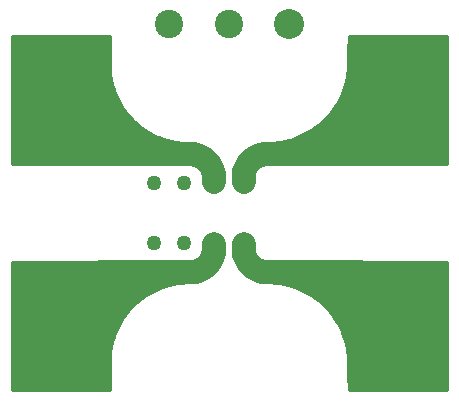
<source format=gtl>
G75*
%MOIN*%
%OFA0B0*%
%FSLAX25Y25*%
%IPPOS*%
%LPD*%
%AMOC8*
5,1,8,0,0,1.08239X$1,22.5*
%
%ADD10C,0.11220*%
%ADD11C,0.10000*%
%ADD12C,0.09449*%
%ADD13C,0.05020*%
%ADD14C,0.01575*%
%ADD15C,0.03150*%
%ADD16C,0.07874*%
D10*
X0057083Y0055783D03*
X0076768Y0055783D03*
X0076768Y0085705D03*
X0057083Y0085705D03*
X0057083Y0130980D03*
X0076768Y0130980D03*
X0076768Y0160902D03*
X0057083Y0160902D03*
X0168894Y0160902D03*
X0188579Y0160902D03*
X0188579Y0130980D03*
X0168894Y0130980D03*
X0168894Y0085705D03*
X0188579Y0085705D03*
X0188579Y0055783D03*
X0168894Y0055783D03*
D11*
X0142831Y0171335D03*
D12*
X0122831Y0171335D03*
X0102831Y0171335D03*
D13*
X0107635Y0118343D03*
X0117635Y0118343D03*
X0127635Y0118343D03*
X0127635Y0098343D03*
X0117635Y0098343D03*
X0107635Y0098343D03*
X0097635Y0098343D03*
X0097635Y0118343D03*
D14*
X0082674Y0049681D02*
X0050784Y0049681D01*
X0050784Y0091807D01*
X0082674Y0091807D01*
X0082674Y0049681D01*
X0082674Y0050048D02*
X0050784Y0050048D01*
X0050784Y0051621D02*
X0082674Y0051621D01*
X0082674Y0053195D02*
X0050784Y0053195D01*
X0050784Y0054768D02*
X0082674Y0054768D01*
X0082674Y0056341D02*
X0050784Y0056341D01*
X0050784Y0057915D02*
X0082674Y0057915D01*
X0082674Y0059488D02*
X0050784Y0059488D01*
X0050784Y0061061D02*
X0082674Y0061061D01*
X0082674Y0062635D02*
X0050784Y0062635D01*
X0050784Y0064208D02*
X0082674Y0064208D01*
X0082674Y0065781D02*
X0050784Y0065781D01*
X0050784Y0067354D02*
X0082674Y0067354D01*
X0082674Y0068928D02*
X0050784Y0068928D01*
X0050784Y0070501D02*
X0082674Y0070501D01*
X0082674Y0072074D02*
X0050784Y0072074D01*
X0050784Y0073648D02*
X0082674Y0073648D01*
X0082674Y0075221D02*
X0050784Y0075221D01*
X0050784Y0076794D02*
X0082674Y0076794D01*
X0082674Y0078368D02*
X0050784Y0078368D01*
X0050784Y0079941D02*
X0082674Y0079941D01*
X0082674Y0081514D02*
X0050784Y0081514D01*
X0050784Y0083088D02*
X0082674Y0083088D01*
X0082674Y0084661D02*
X0050784Y0084661D01*
X0050784Y0086234D02*
X0082674Y0086234D01*
X0082674Y0087808D02*
X0050784Y0087808D01*
X0050784Y0089381D02*
X0082674Y0089381D01*
X0082674Y0090954D02*
X0050784Y0090954D01*
X0050784Y0124878D02*
X0082674Y0124878D01*
X0082674Y0167004D01*
X0050784Y0167004D01*
X0050784Y0124878D01*
X0050784Y0125567D02*
X0082674Y0125567D01*
X0082674Y0127140D02*
X0050784Y0127140D01*
X0050784Y0128714D02*
X0082674Y0128714D01*
X0082674Y0130287D02*
X0050784Y0130287D01*
X0050784Y0131860D02*
X0082674Y0131860D01*
X0082674Y0133434D02*
X0050784Y0133434D01*
X0050784Y0135007D02*
X0082674Y0135007D01*
X0082674Y0136580D02*
X0050784Y0136580D01*
X0050784Y0138154D02*
X0082674Y0138154D01*
X0082674Y0139727D02*
X0050784Y0139727D01*
X0050784Y0141300D02*
X0082674Y0141300D01*
X0082674Y0142874D02*
X0050784Y0142874D01*
X0050784Y0144447D02*
X0082674Y0144447D01*
X0082674Y0146020D02*
X0050784Y0146020D01*
X0050784Y0147594D02*
X0082674Y0147594D01*
X0082674Y0149167D02*
X0050784Y0149167D01*
X0050784Y0150740D02*
X0082674Y0150740D01*
X0082674Y0152313D02*
X0050784Y0152313D01*
X0050784Y0153887D02*
X0082674Y0153887D01*
X0082674Y0155460D02*
X0050784Y0155460D01*
X0050784Y0157033D02*
X0082674Y0157033D01*
X0082674Y0158607D02*
X0050784Y0158607D01*
X0050784Y0160180D02*
X0082674Y0160180D01*
X0082674Y0161753D02*
X0050784Y0161753D01*
X0050784Y0163327D02*
X0082674Y0163327D01*
X0082674Y0164900D02*
X0050784Y0164900D01*
X0050784Y0166473D02*
X0082674Y0166473D01*
X0162989Y0166473D02*
X0194879Y0166473D01*
X0194879Y0167004D02*
X0194879Y0124878D01*
X0162989Y0124878D01*
X0162989Y0167004D01*
X0194879Y0167004D01*
X0194879Y0164900D02*
X0162989Y0164900D01*
X0162989Y0163327D02*
X0194879Y0163327D01*
X0194879Y0161753D02*
X0162989Y0161753D01*
X0162989Y0160180D02*
X0194879Y0160180D01*
X0194879Y0158607D02*
X0162989Y0158607D01*
X0162989Y0157033D02*
X0194879Y0157033D01*
X0194879Y0155460D02*
X0162989Y0155460D01*
X0162989Y0153887D02*
X0194879Y0153887D01*
X0194879Y0152313D02*
X0162989Y0152313D01*
X0162989Y0150740D02*
X0194879Y0150740D01*
X0194879Y0149167D02*
X0162989Y0149167D01*
X0162989Y0147594D02*
X0194879Y0147594D01*
X0194879Y0146020D02*
X0162989Y0146020D01*
X0162989Y0144447D02*
X0194879Y0144447D01*
X0194879Y0142874D02*
X0162989Y0142874D01*
X0162989Y0141300D02*
X0194879Y0141300D01*
X0194879Y0139727D02*
X0162989Y0139727D01*
X0162989Y0138154D02*
X0194879Y0138154D01*
X0194879Y0136580D02*
X0162989Y0136580D01*
X0162989Y0135007D02*
X0194879Y0135007D01*
X0194879Y0133434D02*
X0162989Y0133434D01*
X0162989Y0131860D02*
X0194879Y0131860D01*
X0194879Y0130287D02*
X0162989Y0130287D01*
X0162989Y0128714D02*
X0194879Y0128714D01*
X0194879Y0127140D02*
X0162989Y0127140D01*
X0162989Y0125567D02*
X0194879Y0125567D01*
X0194879Y0091807D02*
X0162989Y0091807D01*
X0162989Y0049681D01*
X0194879Y0049681D01*
X0194879Y0091807D01*
X0194879Y0090954D02*
X0162989Y0090954D01*
X0162989Y0089381D02*
X0194879Y0089381D01*
X0194879Y0087808D02*
X0162989Y0087808D01*
X0162989Y0086234D02*
X0194879Y0086234D01*
X0194879Y0084661D02*
X0162989Y0084661D01*
X0162989Y0083088D02*
X0194879Y0083088D01*
X0194879Y0081514D02*
X0162989Y0081514D01*
X0162989Y0079941D02*
X0194879Y0079941D01*
X0194879Y0078368D02*
X0162989Y0078368D01*
X0162989Y0076794D02*
X0194879Y0076794D01*
X0194879Y0075221D02*
X0162989Y0075221D01*
X0162989Y0073648D02*
X0194879Y0073648D01*
X0194879Y0072074D02*
X0162989Y0072074D01*
X0162989Y0070501D02*
X0194879Y0070501D01*
X0194879Y0068928D02*
X0162989Y0068928D01*
X0162989Y0067354D02*
X0194879Y0067354D01*
X0194879Y0065781D02*
X0162989Y0065781D01*
X0162989Y0064208D02*
X0194879Y0064208D01*
X0194879Y0062635D02*
X0162989Y0062635D01*
X0162989Y0061061D02*
X0194879Y0061061D01*
X0194879Y0059488D02*
X0162989Y0059488D01*
X0162989Y0057915D02*
X0194879Y0057915D01*
X0194879Y0056341D02*
X0162989Y0056341D01*
X0162989Y0054768D02*
X0194879Y0054768D01*
X0194879Y0053195D02*
X0162989Y0053195D01*
X0162989Y0051621D02*
X0194879Y0051621D01*
X0194879Y0050048D02*
X0162989Y0050048D01*
D15*
X0127556Y0098106D02*
X0127635Y0098185D01*
X0127635Y0098343D01*
X0117713Y0098106D02*
X0117635Y0098185D01*
X0117635Y0098343D01*
X0117713Y0117555D02*
X0117713Y0118579D01*
X0117635Y0118343D02*
X0117713Y0117555D01*
X0127556Y0118579D02*
X0127635Y0119366D01*
X0127635Y0118343D01*
D16*
X0127556Y0118579D02*
X0127556Y0120154D01*
X0127558Y0120344D01*
X0127565Y0120534D01*
X0127577Y0120724D01*
X0127593Y0120914D01*
X0127613Y0121103D01*
X0127639Y0121292D01*
X0127668Y0121480D01*
X0127703Y0121667D01*
X0127742Y0121853D01*
X0127785Y0122038D01*
X0127833Y0122223D01*
X0127885Y0122406D01*
X0127941Y0122587D01*
X0128002Y0122767D01*
X0128068Y0122946D01*
X0128137Y0123123D01*
X0128211Y0123299D01*
X0128289Y0123472D01*
X0128372Y0123644D01*
X0128458Y0123813D01*
X0128548Y0123981D01*
X0128643Y0124146D01*
X0128741Y0124309D01*
X0128844Y0124469D01*
X0128950Y0124627D01*
X0129060Y0124782D01*
X0129173Y0124935D01*
X0129291Y0125085D01*
X0129412Y0125231D01*
X0129536Y0125375D01*
X0129664Y0125516D01*
X0129795Y0125654D01*
X0129930Y0125789D01*
X0130068Y0125920D01*
X0130209Y0126048D01*
X0130353Y0126172D01*
X0130499Y0126293D01*
X0130649Y0126411D01*
X0130802Y0126524D01*
X0130957Y0126634D01*
X0131115Y0126740D01*
X0131275Y0126843D01*
X0131438Y0126941D01*
X0131603Y0127036D01*
X0131771Y0127126D01*
X0131940Y0127212D01*
X0132112Y0127295D01*
X0132285Y0127373D01*
X0132461Y0127447D01*
X0132638Y0127516D01*
X0132817Y0127582D01*
X0132997Y0127643D01*
X0133178Y0127699D01*
X0133361Y0127751D01*
X0133546Y0127799D01*
X0133731Y0127842D01*
X0133917Y0127881D01*
X0134104Y0127916D01*
X0134292Y0127945D01*
X0134481Y0127971D01*
X0134670Y0127991D01*
X0134860Y0128007D01*
X0135050Y0128019D01*
X0135240Y0128026D01*
X0135430Y0128028D01*
X0151572Y0128028D01*
X0166138Y0128028D01*
X0151572Y0128027D02*
X0151924Y0128031D01*
X0152276Y0128044D01*
X0152627Y0128065D01*
X0152978Y0128095D01*
X0153328Y0128133D01*
X0153677Y0128180D01*
X0154024Y0128235D01*
X0154371Y0128298D01*
X0154715Y0128370D01*
X0155058Y0128450D01*
X0155399Y0128539D01*
X0155737Y0128635D01*
X0156073Y0128740D01*
X0156407Y0128853D01*
X0156738Y0128974D01*
X0157065Y0129102D01*
X0157390Y0129239D01*
X0157711Y0129384D01*
X0158028Y0129536D01*
X0158342Y0129696D01*
X0158651Y0129863D01*
X0158957Y0130038D01*
X0159258Y0130220D01*
X0159555Y0130409D01*
X0159847Y0130606D01*
X0160134Y0130809D01*
X0160417Y0131019D01*
X0160694Y0131236D01*
X0160965Y0131460D01*
X0161232Y0131690D01*
X0161492Y0131927D01*
X0161747Y0132170D01*
X0161996Y0132419D01*
X0162239Y0132674D01*
X0162476Y0132934D01*
X0162706Y0133201D01*
X0162930Y0133472D01*
X0163147Y0133749D01*
X0163357Y0134032D01*
X0163560Y0134319D01*
X0163757Y0134611D01*
X0163946Y0134908D01*
X0164128Y0135209D01*
X0164303Y0135515D01*
X0164470Y0135824D01*
X0164630Y0136138D01*
X0164782Y0136455D01*
X0164927Y0136776D01*
X0165064Y0137101D01*
X0165192Y0137428D01*
X0165313Y0137759D01*
X0165426Y0138093D01*
X0165531Y0138429D01*
X0165627Y0138767D01*
X0165716Y0139108D01*
X0165796Y0139451D01*
X0165868Y0139795D01*
X0165931Y0140142D01*
X0165986Y0140489D01*
X0166033Y0140838D01*
X0166071Y0141188D01*
X0166101Y0141539D01*
X0166122Y0141890D01*
X0166135Y0142242D01*
X0166139Y0142594D01*
X0166138Y0158736D02*
X0166138Y0163854D01*
X0166139Y0158736D02*
X0166130Y0157994D01*
X0166103Y0157252D01*
X0166058Y0156512D01*
X0165996Y0155772D01*
X0165915Y0155034D01*
X0165817Y0154299D01*
X0165701Y0153566D01*
X0165567Y0152836D01*
X0165416Y0152109D01*
X0165247Y0151387D01*
X0165060Y0150669D01*
X0164857Y0149955D01*
X0164636Y0149246D01*
X0164398Y0148543D01*
X0164143Y0147846D01*
X0163872Y0147156D01*
X0163584Y0146472D01*
X0163279Y0145795D01*
X0162958Y0145126D01*
X0162621Y0144465D01*
X0162269Y0143812D01*
X0161900Y0143168D01*
X0161516Y0142533D01*
X0161117Y0141907D01*
X0160703Y0141291D01*
X0160274Y0140686D01*
X0159831Y0140091D01*
X0159373Y0139506D01*
X0158901Y0138934D01*
X0158416Y0138372D01*
X0157917Y0137823D01*
X0157405Y0137285D01*
X0156881Y0136761D01*
X0156343Y0136249D01*
X0155794Y0135750D01*
X0155232Y0135265D01*
X0154660Y0134793D01*
X0154075Y0134335D01*
X0153480Y0133892D01*
X0152875Y0133463D01*
X0152259Y0133049D01*
X0151633Y0132650D01*
X0150998Y0132266D01*
X0150354Y0131897D01*
X0149701Y0131545D01*
X0149040Y0131208D01*
X0148371Y0130887D01*
X0147694Y0130582D01*
X0147010Y0130294D01*
X0146320Y0130023D01*
X0145623Y0129768D01*
X0144920Y0129530D01*
X0144211Y0129309D01*
X0143497Y0129106D01*
X0142779Y0128919D01*
X0142057Y0128750D01*
X0141330Y0128599D01*
X0140600Y0128465D01*
X0139867Y0128349D01*
X0139132Y0128251D01*
X0138394Y0128170D01*
X0137654Y0128108D01*
X0136914Y0128063D01*
X0136172Y0128036D01*
X0135430Y0128027D01*
X0117713Y0120154D02*
X0117713Y0118579D01*
X0117713Y0120154D02*
X0117705Y0120349D01*
X0117694Y0120544D01*
X0117677Y0120738D01*
X0117656Y0120932D01*
X0117630Y0121125D01*
X0117599Y0121318D01*
X0117564Y0121510D01*
X0117524Y0121701D01*
X0117480Y0121891D01*
X0117431Y0122080D01*
X0117377Y0122267D01*
X0117319Y0122453D01*
X0117257Y0122638D01*
X0117190Y0122821D01*
X0117118Y0123003D01*
X0117043Y0123183D01*
X0116962Y0123361D01*
X0116878Y0123536D01*
X0116789Y0123710D01*
X0116697Y0123882D01*
X0116600Y0124051D01*
X0116499Y0124218D01*
X0116394Y0124383D01*
X0116285Y0124544D01*
X0116172Y0124704D01*
X0116056Y0124860D01*
X0115935Y0125014D01*
X0115811Y0125164D01*
X0115684Y0125312D01*
X0115552Y0125456D01*
X0115418Y0125597D01*
X0115280Y0125735D01*
X0115139Y0125870D01*
X0114994Y0126001D01*
X0114846Y0126128D01*
X0114696Y0126252D01*
X0114542Y0126373D01*
X0114386Y0126489D01*
X0114227Y0126602D01*
X0114065Y0126711D01*
X0113900Y0126816D01*
X0113733Y0126917D01*
X0113564Y0127013D01*
X0113392Y0127106D01*
X0113218Y0127195D01*
X0113042Y0127279D01*
X0112864Y0127359D01*
X0112685Y0127435D01*
X0112503Y0127506D01*
X0112320Y0127573D01*
X0112135Y0127635D01*
X0111949Y0127693D01*
X0111761Y0127747D01*
X0111572Y0127796D01*
X0111382Y0127840D01*
X0111191Y0127880D01*
X0110999Y0127915D01*
X0110807Y0127946D01*
X0110613Y0127971D01*
X0110419Y0127992D01*
X0110225Y0128009D01*
X0110030Y0128021D01*
X0109835Y0128028D01*
X0109640Y0128030D01*
X0109445Y0128028D01*
X0109446Y0128028D02*
X0093698Y0128028D01*
X0079524Y0128028D01*
X0079525Y0142201D02*
X0079529Y0141859D01*
X0079542Y0141516D01*
X0079562Y0141174D01*
X0079591Y0140833D01*
X0079628Y0140493D01*
X0079674Y0140153D01*
X0079727Y0139815D01*
X0079789Y0139478D01*
X0079859Y0139143D01*
X0079937Y0138809D01*
X0080023Y0138478D01*
X0080117Y0138148D01*
X0080219Y0137821D01*
X0080328Y0137497D01*
X0080446Y0137175D01*
X0080571Y0136856D01*
X0080704Y0136541D01*
X0080845Y0136228D01*
X0080993Y0135920D01*
X0081148Y0135614D01*
X0081311Y0135313D01*
X0081481Y0135016D01*
X0081658Y0134723D01*
X0081843Y0134434D01*
X0082034Y0134150D01*
X0082232Y0133870D01*
X0082436Y0133596D01*
X0082648Y0133326D01*
X0082865Y0133062D01*
X0083089Y0132803D01*
X0083320Y0132549D01*
X0083556Y0132301D01*
X0083798Y0132059D01*
X0084046Y0131823D01*
X0084300Y0131592D01*
X0084559Y0131368D01*
X0084823Y0131151D01*
X0085093Y0130939D01*
X0085367Y0130735D01*
X0085647Y0130537D01*
X0085931Y0130346D01*
X0086220Y0130161D01*
X0086513Y0129984D01*
X0086810Y0129814D01*
X0087111Y0129651D01*
X0087417Y0129496D01*
X0087725Y0129348D01*
X0088038Y0129207D01*
X0088353Y0129074D01*
X0088672Y0128949D01*
X0088994Y0128831D01*
X0089318Y0128722D01*
X0089645Y0128620D01*
X0089975Y0128526D01*
X0090306Y0128440D01*
X0090640Y0128362D01*
X0090975Y0128292D01*
X0091312Y0128230D01*
X0091650Y0128177D01*
X0091990Y0128131D01*
X0092330Y0128094D01*
X0092671Y0128065D01*
X0093013Y0128045D01*
X0093356Y0128032D01*
X0093698Y0128028D01*
X0117713Y0098106D02*
X0117713Y0096531D01*
X0117711Y0096341D01*
X0117704Y0096151D01*
X0117692Y0095961D01*
X0117676Y0095771D01*
X0117656Y0095582D01*
X0117630Y0095393D01*
X0117601Y0095205D01*
X0117566Y0095018D01*
X0117527Y0094832D01*
X0117484Y0094647D01*
X0117436Y0094462D01*
X0117384Y0094279D01*
X0117328Y0094098D01*
X0117267Y0093918D01*
X0117201Y0093739D01*
X0117132Y0093562D01*
X0117058Y0093386D01*
X0116980Y0093213D01*
X0116897Y0093041D01*
X0116811Y0092872D01*
X0116721Y0092704D01*
X0116626Y0092539D01*
X0116528Y0092376D01*
X0116425Y0092216D01*
X0116319Y0092058D01*
X0116209Y0091903D01*
X0116096Y0091750D01*
X0115978Y0091600D01*
X0115857Y0091454D01*
X0115733Y0091310D01*
X0115605Y0091169D01*
X0115474Y0091031D01*
X0115339Y0090896D01*
X0115201Y0090765D01*
X0115060Y0090637D01*
X0114916Y0090513D01*
X0114770Y0090392D01*
X0114620Y0090274D01*
X0114467Y0090161D01*
X0114312Y0090051D01*
X0114154Y0089945D01*
X0113994Y0089842D01*
X0113831Y0089744D01*
X0113666Y0089649D01*
X0113498Y0089559D01*
X0113329Y0089473D01*
X0113157Y0089390D01*
X0112984Y0089312D01*
X0112808Y0089238D01*
X0112631Y0089169D01*
X0112452Y0089103D01*
X0112272Y0089042D01*
X0112091Y0088986D01*
X0111908Y0088934D01*
X0111723Y0088886D01*
X0111538Y0088843D01*
X0111352Y0088804D01*
X0111165Y0088769D01*
X0110977Y0088740D01*
X0110788Y0088714D01*
X0110599Y0088694D01*
X0110409Y0088678D01*
X0110219Y0088666D01*
X0110029Y0088659D01*
X0109839Y0088657D01*
X0093698Y0088657D01*
X0079524Y0088657D01*
X0079525Y0074484D02*
X0079529Y0074826D01*
X0079542Y0075169D01*
X0079562Y0075511D01*
X0079591Y0075852D01*
X0079628Y0076192D01*
X0079674Y0076532D01*
X0079727Y0076870D01*
X0079789Y0077207D01*
X0079859Y0077542D01*
X0079937Y0077876D01*
X0080023Y0078207D01*
X0080117Y0078537D01*
X0080219Y0078864D01*
X0080328Y0079188D01*
X0080446Y0079510D01*
X0080571Y0079829D01*
X0080704Y0080144D01*
X0080845Y0080457D01*
X0080993Y0080765D01*
X0081148Y0081071D01*
X0081311Y0081372D01*
X0081481Y0081669D01*
X0081658Y0081962D01*
X0081843Y0082251D01*
X0082034Y0082535D01*
X0082232Y0082815D01*
X0082436Y0083089D01*
X0082648Y0083359D01*
X0082865Y0083623D01*
X0083089Y0083882D01*
X0083320Y0084136D01*
X0083556Y0084384D01*
X0083798Y0084626D01*
X0084046Y0084862D01*
X0084300Y0085093D01*
X0084559Y0085317D01*
X0084823Y0085534D01*
X0085093Y0085746D01*
X0085367Y0085950D01*
X0085647Y0086148D01*
X0085931Y0086339D01*
X0086220Y0086524D01*
X0086513Y0086701D01*
X0086810Y0086871D01*
X0087111Y0087034D01*
X0087417Y0087189D01*
X0087725Y0087337D01*
X0088038Y0087478D01*
X0088353Y0087611D01*
X0088672Y0087736D01*
X0088994Y0087854D01*
X0089318Y0087963D01*
X0089645Y0088065D01*
X0089975Y0088159D01*
X0090306Y0088245D01*
X0090640Y0088323D01*
X0090975Y0088393D01*
X0091312Y0088455D01*
X0091650Y0088508D01*
X0091990Y0088554D01*
X0092330Y0088591D01*
X0092671Y0088620D01*
X0093013Y0088640D01*
X0093356Y0088653D01*
X0093698Y0088657D01*
X0079524Y0058343D02*
X0079524Y0052831D01*
X0079524Y0058343D02*
X0079533Y0059076D01*
X0079559Y0059808D01*
X0079604Y0060539D01*
X0079666Y0061269D01*
X0079745Y0061997D01*
X0079842Y0062723D01*
X0079957Y0063447D01*
X0080089Y0064167D01*
X0080238Y0064884D01*
X0080405Y0065598D01*
X0080589Y0066307D01*
X0080790Y0067011D01*
X0081008Y0067711D01*
X0081243Y0068405D01*
X0081494Y0069093D01*
X0081762Y0069775D01*
X0082046Y0070450D01*
X0082347Y0071118D01*
X0082664Y0071778D01*
X0082996Y0072431D01*
X0083345Y0073076D01*
X0083708Y0073711D01*
X0084087Y0074338D01*
X0084481Y0074956D01*
X0084890Y0075564D01*
X0085314Y0076162D01*
X0085751Y0076749D01*
X0086203Y0077326D01*
X0086669Y0077891D01*
X0087148Y0078446D01*
X0087640Y0078988D01*
X0088146Y0079518D01*
X0088664Y0080036D01*
X0089194Y0080542D01*
X0089736Y0081034D01*
X0090291Y0081513D01*
X0090856Y0081979D01*
X0091433Y0082431D01*
X0092020Y0082868D01*
X0092618Y0083292D01*
X0093226Y0083701D01*
X0093844Y0084095D01*
X0094471Y0084474D01*
X0095106Y0084837D01*
X0095751Y0085186D01*
X0096404Y0085518D01*
X0097064Y0085835D01*
X0097732Y0086136D01*
X0098407Y0086420D01*
X0099089Y0086688D01*
X0099777Y0086939D01*
X0100471Y0087174D01*
X0101171Y0087392D01*
X0101875Y0087593D01*
X0102584Y0087777D01*
X0103298Y0087944D01*
X0104015Y0088093D01*
X0104735Y0088225D01*
X0105459Y0088340D01*
X0106185Y0088437D01*
X0106913Y0088516D01*
X0107643Y0088578D01*
X0108374Y0088623D01*
X0109106Y0088649D01*
X0109839Y0088658D01*
X0127556Y0096531D02*
X0127556Y0098106D01*
X0127556Y0096531D02*
X0127558Y0096341D01*
X0127565Y0096151D01*
X0127577Y0095961D01*
X0127593Y0095771D01*
X0127613Y0095582D01*
X0127639Y0095393D01*
X0127668Y0095205D01*
X0127703Y0095018D01*
X0127742Y0094832D01*
X0127785Y0094647D01*
X0127833Y0094462D01*
X0127885Y0094279D01*
X0127941Y0094098D01*
X0128002Y0093918D01*
X0128068Y0093739D01*
X0128137Y0093562D01*
X0128211Y0093386D01*
X0128289Y0093213D01*
X0128372Y0093041D01*
X0128458Y0092872D01*
X0128548Y0092704D01*
X0128643Y0092539D01*
X0128741Y0092376D01*
X0128844Y0092216D01*
X0128950Y0092058D01*
X0129060Y0091903D01*
X0129173Y0091750D01*
X0129291Y0091600D01*
X0129412Y0091454D01*
X0129536Y0091310D01*
X0129664Y0091169D01*
X0129795Y0091031D01*
X0129930Y0090896D01*
X0130068Y0090765D01*
X0130209Y0090637D01*
X0130353Y0090513D01*
X0130499Y0090392D01*
X0130649Y0090274D01*
X0130802Y0090161D01*
X0130957Y0090051D01*
X0131115Y0089945D01*
X0131275Y0089842D01*
X0131438Y0089744D01*
X0131603Y0089649D01*
X0131771Y0089559D01*
X0131940Y0089473D01*
X0132112Y0089390D01*
X0132285Y0089312D01*
X0132461Y0089238D01*
X0132638Y0089169D01*
X0132817Y0089103D01*
X0132997Y0089042D01*
X0133178Y0088986D01*
X0133361Y0088934D01*
X0133546Y0088886D01*
X0133731Y0088843D01*
X0133917Y0088804D01*
X0134104Y0088769D01*
X0134292Y0088740D01*
X0134481Y0088714D01*
X0134670Y0088694D01*
X0134860Y0088678D01*
X0135050Y0088666D01*
X0135240Y0088659D01*
X0135430Y0088657D01*
X0151178Y0088657D01*
X0166532Y0088657D01*
X0166139Y0073697D02*
X0166135Y0074059D01*
X0166122Y0074420D01*
X0166100Y0074781D01*
X0166069Y0075141D01*
X0166030Y0075500D01*
X0165982Y0075859D01*
X0165925Y0076216D01*
X0165860Y0076571D01*
X0165787Y0076925D01*
X0165704Y0077277D01*
X0165614Y0077627D01*
X0165514Y0077975D01*
X0165407Y0078320D01*
X0165291Y0078663D01*
X0165167Y0079002D01*
X0165034Y0079339D01*
X0164894Y0079672D01*
X0164746Y0080002D01*
X0164589Y0080328D01*
X0164425Y0080650D01*
X0164253Y0080968D01*
X0164074Y0081282D01*
X0163887Y0081591D01*
X0163692Y0081896D01*
X0163491Y0082196D01*
X0163282Y0082491D01*
X0163066Y0082781D01*
X0162843Y0083065D01*
X0162613Y0083344D01*
X0162376Y0083618D01*
X0162133Y0083886D01*
X0161884Y0084147D01*
X0161628Y0084403D01*
X0161367Y0084652D01*
X0161099Y0084895D01*
X0160825Y0085132D01*
X0160546Y0085362D01*
X0160262Y0085585D01*
X0159972Y0085801D01*
X0159677Y0086010D01*
X0159377Y0086211D01*
X0159072Y0086406D01*
X0158763Y0086593D01*
X0158449Y0086772D01*
X0158131Y0086944D01*
X0157809Y0087108D01*
X0157483Y0087265D01*
X0157153Y0087413D01*
X0156820Y0087553D01*
X0156483Y0087686D01*
X0156144Y0087810D01*
X0155801Y0087926D01*
X0155456Y0088033D01*
X0155108Y0088133D01*
X0154758Y0088223D01*
X0154406Y0088306D01*
X0154052Y0088379D01*
X0153697Y0088444D01*
X0153340Y0088501D01*
X0152981Y0088549D01*
X0152622Y0088588D01*
X0152262Y0088619D01*
X0151901Y0088641D01*
X0151540Y0088654D01*
X0151178Y0088658D01*
X0166138Y0057949D02*
X0166138Y0052831D01*
X0166139Y0057949D02*
X0166130Y0058691D01*
X0166103Y0059433D01*
X0166058Y0060173D01*
X0165996Y0060913D01*
X0165915Y0061651D01*
X0165817Y0062386D01*
X0165701Y0063119D01*
X0165567Y0063849D01*
X0165416Y0064576D01*
X0165247Y0065298D01*
X0165060Y0066016D01*
X0164857Y0066730D01*
X0164636Y0067439D01*
X0164398Y0068142D01*
X0164143Y0068839D01*
X0163872Y0069529D01*
X0163584Y0070213D01*
X0163279Y0070890D01*
X0162958Y0071559D01*
X0162621Y0072220D01*
X0162269Y0072873D01*
X0161900Y0073517D01*
X0161516Y0074152D01*
X0161117Y0074778D01*
X0160703Y0075394D01*
X0160274Y0075999D01*
X0159831Y0076594D01*
X0159373Y0077179D01*
X0158901Y0077751D01*
X0158416Y0078313D01*
X0157917Y0078862D01*
X0157405Y0079400D01*
X0156881Y0079924D01*
X0156343Y0080436D01*
X0155794Y0080935D01*
X0155232Y0081420D01*
X0154660Y0081892D01*
X0154075Y0082350D01*
X0153480Y0082793D01*
X0152875Y0083222D01*
X0152259Y0083636D01*
X0151633Y0084035D01*
X0150998Y0084419D01*
X0150354Y0084788D01*
X0149701Y0085140D01*
X0149040Y0085477D01*
X0148371Y0085798D01*
X0147694Y0086103D01*
X0147010Y0086391D01*
X0146320Y0086662D01*
X0145623Y0086917D01*
X0144920Y0087155D01*
X0144211Y0087376D01*
X0143497Y0087579D01*
X0142779Y0087766D01*
X0142057Y0087935D01*
X0141330Y0088086D01*
X0140600Y0088220D01*
X0139867Y0088336D01*
X0139132Y0088434D01*
X0138394Y0088515D01*
X0137654Y0088577D01*
X0136914Y0088622D01*
X0136172Y0088649D01*
X0135430Y0088658D01*
X0109446Y0128028D02*
X0108723Y0128037D01*
X0108000Y0128063D01*
X0107279Y0128107D01*
X0106558Y0128168D01*
X0105839Y0128246D01*
X0105123Y0128342D01*
X0104409Y0128455D01*
X0103697Y0128585D01*
X0102990Y0128733D01*
X0102285Y0128897D01*
X0101586Y0129079D01*
X0100890Y0129277D01*
X0100200Y0129492D01*
X0099515Y0129724D01*
X0098836Y0129972D01*
X0098163Y0130237D01*
X0097497Y0130518D01*
X0096837Y0130814D01*
X0096185Y0131127D01*
X0095541Y0131455D01*
X0094905Y0131799D01*
X0094277Y0132158D01*
X0093658Y0132532D01*
X0093049Y0132921D01*
X0092449Y0133324D01*
X0091859Y0133742D01*
X0091279Y0134174D01*
X0090710Y0134620D01*
X0090152Y0135080D01*
X0089605Y0135553D01*
X0089069Y0136039D01*
X0088546Y0136538D01*
X0088035Y0137049D01*
X0087536Y0137572D01*
X0087050Y0138108D01*
X0086577Y0138655D01*
X0086117Y0139213D01*
X0085671Y0139782D01*
X0085239Y0140362D01*
X0084821Y0140952D01*
X0084418Y0141552D01*
X0084029Y0142161D01*
X0083655Y0142780D01*
X0083296Y0143408D01*
X0082952Y0144044D01*
X0082624Y0144688D01*
X0082311Y0145340D01*
X0082015Y0146000D01*
X0081734Y0146666D01*
X0081469Y0147339D01*
X0081221Y0148018D01*
X0080989Y0148703D01*
X0080774Y0149393D01*
X0080576Y0150089D01*
X0080394Y0150788D01*
X0080230Y0151493D01*
X0080082Y0152200D01*
X0079952Y0152912D01*
X0079839Y0153626D01*
X0079743Y0154342D01*
X0079665Y0155061D01*
X0079604Y0155782D01*
X0079560Y0156503D01*
X0079534Y0157226D01*
X0079525Y0157949D01*
X0079524Y0157949D02*
X0079524Y0163854D01*
M02*

</source>
